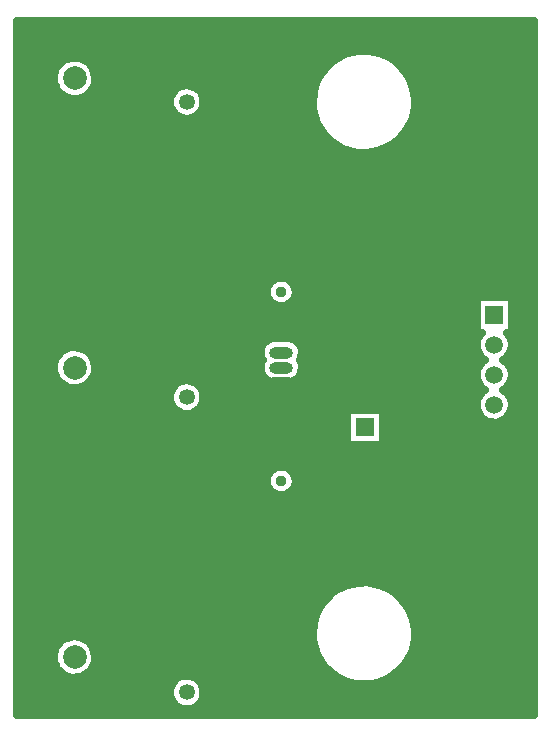
<source format=gbl>
G04 DipTrace 2.4.0.2*
%INanalog-bnc_v10_Bottom.GBL*%
%MOIN*%
%ADD14C,0.025*%
%ADD16C,0.0374*%
%ADD17C,0.0531*%
%ADD18C,0.0787*%
%ADD19C,0.1378*%
%ADD20R,0.0591X0.0591*%
%ADD21C,0.0591*%
%ADD22O,0.0787X0.0394*%
%FSLAX44Y44*%
G04*
G70*
G90*
G75*
G01*
%LNBottom*%
%LPD*%
X4205Y27067D2*
D14*
X21384D1*
X4205Y26819D2*
X21384D1*
X4205Y26570D2*
X21384D1*
X4205Y26321D2*
X21384D1*
X4205Y26073D2*
X5977D1*
X6227D2*
X14860D1*
X16637D2*
X21384D1*
X4205Y25824D2*
X5544D1*
X6660D2*
X14536D1*
X16961D2*
X21384D1*
X4205Y25575D2*
X5415D1*
X6789D2*
X14325D1*
X17172D2*
X21384D1*
X4205Y25326D2*
X5395D1*
X6809D2*
X14181D1*
X17313D2*
X21384D1*
X4205Y25078D2*
X5470D1*
X6734D2*
X9520D1*
X10168D2*
X14087D1*
X17406D2*
X21384D1*
X4205Y24829D2*
X5688D1*
X6516D2*
X9306D1*
X10379D2*
X14036D1*
X17461D2*
X21384D1*
X4205Y24580D2*
X9259D1*
X10426D2*
X14020D1*
X17473D2*
X21384D1*
X4205Y24332D2*
X9333D1*
X10352D2*
X14044D1*
X17453D2*
X21384D1*
X4205Y24083D2*
X9622D1*
X10063D2*
X14106D1*
X17391D2*
X21384D1*
X4205Y23834D2*
X14208D1*
X17289D2*
X21384D1*
X4205Y23586D2*
X14364D1*
X17133D2*
X21384D1*
X4205Y23337D2*
X14591D1*
X16906D2*
X21384D1*
X4205Y23088D2*
X14954D1*
X16539D2*
X21384D1*
X4205Y22840D2*
X21384D1*
X4205Y22591D2*
X21384D1*
X4205Y22342D2*
X21384D1*
X4205Y22094D2*
X21384D1*
X4205Y21845D2*
X21384D1*
X4205Y21596D2*
X21384D1*
X4205Y21347D2*
X21384D1*
X4205Y21099D2*
X21384D1*
X4205Y20850D2*
X21384D1*
X4205Y20601D2*
X21384D1*
X4205Y20353D2*
X21384D1*
X4205Y20104D2*
X21384D1*
X4205Y19855D2*
X21384D1*
X4205Y19607D2*
X21384D1*
X4205Y19358D2*
X21384D1*
X4205Y19109D2*
X21384D1*
X4205Y18861D2*
X21384D1*
X4205Y18612D2*
X12630D1*
X13356D2*
X21384D1*
X4205Y18363D2*
X12497D1*
X13488D2*
X21384D1*
X4205Y18115D2*
X12513D1*
X13469D2*
X21384D1*
X4205Y17866D2*
X12712D1*
X13273D2*
X19477D1*
X20703D2*
X21384D1*
X4205Y17617D2*
X19477D1*
X20703D2*
X21384D1*
X4205Y17368D2*
X19477D1*
X20703D2*
X21384D1*
X4205Y17120D2*
X19477D1*
X20703D2*
X21384D1*
X4205Y16871D2*
X19606D1*
X20574D2*
X21384D1*
X4205Y16622D2*
X12454D1*
X13527D2*
X19489D1*
X20691D2*
X21384D1*
X4205Y16374D2*
X5798D1*
X6410D2*
X12298D1*
X13688D2*
X19493D1*
X20688D2*
X21384D1*
X4205Y16125D2*
X5505D1*
X6699D2*
X12298D1*
X13688D2*
X19618D1*
X20566D2*
X21384D1*
X4205Y15876D2*
X5403D1*
X6801D2*
X12298D1*
X13688D2*
X19610D1*
X20570D2*
X21384D1*
X4205Y15628D2*
X5403D1*
X6801D2*
X12298D1*
X13688D2*
X19493D1*
X20691D2*
X21384D1*
X4205Y15379D2*
X5501D1*
X6707D2*
X12450D1*
X13535D2*
X19493D1*
X20691D2*
X21384D1*
X4205Y15130D2*
X5778D1*
X6426D2*
X9395D1*
X10289D2*
X19610D1*
X20570D2*
X21384D1*
X4205Y14882D2*
X9270D1*
X10414D2*
X19614D1*
X20566D2*
X21384D1*
X4205Y14633D2*
X9274D1*
X10410D2*
X19493D1*
X20688D2*
X21384D1*
X4205Y14384D2*
X9407D1*
X10277D2*
X19489D1*
X20691D2*
X21384D1*
X4205Y14135D2*
X15173D1*
X16398D2*
X19606D1*
X20574D2*
X21384D1*
X4205Y13887D2*
X15173D1*
X16398D2*
X21384D1*
X4205Y13638D2*
X15173D1*
X16398D2*
X21384D1*
X4205Y13389D2*
X15173D1*
X16398D2*
X21384D1*
X4205Y13141D2*
X21384D1*
X4205Y12892D2*
X21384D1*
X4205Y12643D2*
X21384D1*
X4205Y12395D2*
X12739D1*
X13242D2*
X21384D1*
X4205Y12146D2*
X12520D1*
X13465D2*
X21384D1*
X4205Y11897D2*
X12493D1*
X13492D2*
X21384D1*
X4205Y11649D2*
X12614D1*
X13371D2*
X21384D1*
X4205Y11400D2*
X21384D1*
X4205Y11151D2*
X21384D1*
X4205Y10903D2*
X21384D1*
X4205Y10654D2*
X21384D1*
X4205Y10405D2*
X21384D1*
X4205Y10156D2*
X21384D1*
X4205Y9908D2*
X21384D1*
X4205Y9659D2*
X21384D1*
X4205Y9410D2*
X21384D1*
X4205Y9162D2*
X21384D1*
X4205Y8913D2*
X21384D1*
X4205Y8664D2*
X21384D1*
X4205Y8416D2*
X14970D1*
X16523D2*
X21384D1*
X4205Y8167D2*
X14598D1*
X16895D2*
X21384D1*
X4205Y7918D2*
X14368D1*
X17129D2*
X21384D1*
X4205Y7670D2*
X14212D1*
X17285D2*
X21384D1*
X4205Y7421D2*
X14106D1*
X17391D2*
X21384D1*
X4205Y7172D2*
X14044D1*
X17449D2*
X21384D1*
X4205Y6924D2*
X14024D1*
X17473D2*
X21384D1*
X4205Y6675D2*
X5700D1*
X6504D2*
X14036D1*
X17461D2*
X21384D1*
X4205Y6426D2*
X5473D1*
X6731D2*
X14087D1*
X17410D2*
X21384D1*
X4205Y6177D2*
X5395D1*
X6809D2*
X14177D1*
X17316D2*
X21384D1*
X4205Y5929D2*
X5415D1*
X6793D2*
X14321D1*
X17176D2*
X21384D1*
X4205Y5680D2*
X5536D1*
X6668D2*
X14528D1*
X16969D2*
X21384D1*
X4205Y5431D2*
X5934D1*
X6270D2*
X9591D1*
X10094D2*
X14848D1*
X16648D2*
X21384D1*
X4205Y5183D2*
X9325D1*
X10359D2*
X21384D1*
X4205Y4934D2*
X9259D1*
X10426D2*
X21384D1*
X4205Y4685D2*
X9313D1*
X10375D2*
X21384D1*
X4205Y4437D2*
X9540D1*
X10145D2*
X21384D1*
X4205Y4188D2*
X21384D1*
X13455Y18148D2*
X13408Y18033D1*
X13332Y17934D1*
X13234Y17857D1*
X13119Y17809D1*
X12995Y17792D1*
X12872Y17808D1*
X12756Y17854D1*
X12656Y17929D1*
X12580Y18027D1*
X12531Y18142D1*
X12513Y18265D1*
X12527Y18389D1*
X12573Y18505D1*
X12648Y18605D1*
X12745Y18683D1*
X12859Y18732D1*
X12983Y18751D1*
X13106Y18737D1*
X13223Y18692D1*
X13323Y18618D1*
X13401Y18521D1*
X13452Y18407D1*
X13472Y18272D1*
X13455Y18148D1*
Y11849D2*
X13408Y11734D1*
X13332Y11635D1*
X13234Y11558D1*
X13119Y11510D1*
X12995Y11493D1*
X12872Y11508D1*
X12756Y11555D1*
X12656Y11630D1*
X12580Y11728D1*
X12531Y11843D1*
X12513Y11966D1*
X12527Y12090D1*
X12573Y12206D1*
X12648Y12306D1*
X12745Y12383D1*
X12859Y12433D1*
X12983Y12452D1*
X13106Y12438D1*
X13223Y12393D1*
X13323Y12319D1*
X13401Y12222D1*
X13452Y12108D1*
X13472Y11972D1*
X13455Y11849D1*
X10387Y24482D2*
X10346Y24365D1*
X10279Y24259D1*
X10191Y24171D1*
X10086Y24104D1*
X9968Y24062D1*
X9844Y24048D1*
X9720Y24062D1*
X9602Y24102D1*
X9497Y24168D1*
X9408Y24256D1*
X9341Y24361D1*
X9299Y24479D1*
X9284Y24603D1*
X9297Y24727D1*
X9338Y24845D1*
X9403Y24951D1*
X9491Y25040D1*
X9596Y25107D1*
X9713Y25149D1*
X9837Y25164D1*
X9961Y25152D1*
X10079Y25112D1*
X10186Y25047D1*
X10275Y24960D1*
X10342Y24855D1*
X10385Y24738D1*
X10401Y24606D1*
X10387Y24482D1*
Y14640D2*
X10346Y14522D1*
X10279Y14416D1*
X10191Y14328D1*
X10086Y14261D1*
X9968Y14220D1*
X9844Y14206D1*
X9720Y14219D1*
X9602Y14260D1*
X9497Y14326D1*
X9408Y14413D1*
X9341Y14519D1*
X9299Y14636D1*
X9284Y14760D1*
X9297Y14884D1*
X9338Y15002D1*
X9403Y15108D1*
X9491Y15197D1*
X9596Y15265D1*
X9713Y15307D1*
X9837Y15322D1*
X9961Y15309D1*
X10079Y15269D1*
X10186Y15204D1*
X10275Y15117D1*
X10342Y15012D1*
X10385Y14895D1*
X10401Y14764D1*
X10387Y14640D1*
Y4797D2*
X10346Y4680D1*
X10279Y4574D1*
X10191Y4485D1*
X10086Y4419D1*
X9968Y4377D1*
X9844Y4363D1*
X9720Y4377D1*
X9602Y4417D1*
X9497Y4483D1*
X9408Y4571D1*
X9341Y4676D1*
X9299Y4794D1*
X9284Y4918D1*
X9297Y5042D1*
X9338Y5160D1*
X9403Y5266D1*
X9491Y5355D1*
X9596Y5422D1*
X9713Y5464D1*
X9837Y5479D1*
X9961Y5467D1*
X10079Y5427D1*
X10186Y5362D1*
X10275Y5274D1*
X10342Y5170D1*
X10385Y5052D1*
X10401Y4921D1*
X10387Y4797D1*
X6777Y25269D2*
X6744Y25149D1*
X6689Y25037D1*
X6614Y24937D1*
X6523Y24852D1*
X6418Y24784D1*
X6302Y24737D1*
X6180Y24712D1*
X6055Y24709D1*
X5932Y24729D1*
X5814Y24771D1*
X5706Y24833D1*
X5611Y24914D1*
X5533Y25011D1*
X5473Y25121D1*
X5434Y25239D1*
X5417Y25363D1*
X5423Y25488D1*
X5451Y25609D1*
X5501Y25724D1*
X5571Y25827D1*
X5658Y25916D1*
X5760Y25988D1*
X5873Y26041D1*
X5994Y26071D1*
X6119Y26080D1*
X6243Y26065D1*
X6362Y26029D1*
X6473Y25971D1*
X6571Y25895D1*
X6654Y25801D1*
X6719Y25695D1*
X6763Y25578D1*
X6789Y25394D1*
X6777Y25269D1*
Y15624D2*
X6744Y15504D1*
X6689Y15391D1*
X6614Y15291D1*
X6523Y15206D1*
X6418Y15139D1*
X6302Y15092D1*
X6180Y15066D1*
X6055Y15063D1*
X5932Y15083D1*
X5814Y15125D1*
X5706Y15188D1*
X5611Y15269D1*
X5533Y15366D1*
X5473Y15475D1*
X5434Y15594D1*
X5417Y15717D1*
X5423Y15842D1*
X5451Y15964D1*
X5501Y16078D1*
X5571Y16182D1*
X5658Y16271D1*
X5760Y16343D1*
X5873Y16395D1*
X5994Y16426D1*
X6119Y16434D1*
X6243Y16420D1*
X6362Y16383D1*
X6473Y16326D1*
X6571Y16249D1*
X6654Y16156D1*
X6719Y16049D1*
X6763Y15932D1*
X6789Y15748D1*
X6777Y15624D1*
Y5978D2*
X6744Y5858D1*
X6689Y5746D1*
X6614Y5645D1*
X6523Y5560D1*
X6418Y5493D1*
X6302Y5446D1*
X6180Y5421D1*
X6055Y5418D1*
X5932Y5438D1*
X5814Y5480D1*
X5706Y5542D1*
X5611Y5623D1*
X5533Y5720D1*
X5473Y5829D1*
X5434Y5948D1*
X5417Y6072D1*
X5423Y6196D1*
X5451Y6318D1*
X5501Y6432D1*
X5571Y6536D1*
X5658Y6625D1*
X5760Y6697D1*
X5873Y6749D1*
X5994Y6780D1*
X6119Y6788D1*
X6243Y6774D1*
X6362Y6737D1*
X6473Y6680D1*
X6571Y6603D1*
X6654Y6510D1*
X6719Y6403D1*
X6763Y6286D1*
X6789Y6102D1*
X6777Y5978D1*
X19628Y18092D2*
X20678D1*
Y16916D1*
X20510D1*
X20594Y16807D1*
X20647Y16693D1*
X20674Y16572D1*
X20678Y16504D1*
X20665Y16380D1*
X20626Y16261D1*
X20563Y16154D1*
X20478Y16062D1*
X20398Y16006D1*
X20519Y15906D1*
X20594Y15807D1*
X20647Y15693D1*
X20674Y15572D1*
X20678Y15504D1*
X20665Y15380D1*
X20626Y15261D1*
X20563Y15154D1*
X20478Y15062D1*
X20398Y15006D1*
X20519Y14906D1*
X20594Y14807D1*
X20647Y14693D1*
X20674Y14572D1*
X20678Y14504D1*
X20665Y14380D1*
X20626Y14261D1*
X20563Y14154D1*
X20478Y14062D1*
X20376Y13990D1*
X20261Y13942D1*
X20139Y13918D1*
X20014Y13921D1*
X19893Y13950D1*
X19780Y14005D1*
X19682Y14081D1*
X19602Y14177D1*
X19544Y14288D1*
X19511Y14408D1*
X19503Y14532D1*
X19523Y14656D1*
X19568Y14772D1*
X19636Y14876D1*
X19725Y14964D1*
X19780Y15005D1*
X19682Y15081D1*
X19602Y15177D1*
X19544Y15288D1*
X19511Y15408D1*
X19503Y15532D1*
X19523Y15656D1*
X19568Y15772D1*
X19636Y15876D1*
X19725Y15964D1*
X19780Y16005D1*
X19682Y16081D1*
X19602Y16177D1*
X19544Y16288D1*
X19511Y16408D1*
X19503Y16532D1*
X19523Y16656D1*
X19568Y16772D1*
X19636Y16876D1*
X19678Y16918D1*
X19503Y16916D1*
Y18092D1*
X19628D1*
X12795Y15261D2*
X12690Y15270D1*
X12572Y15312D1*
X12470Y15383D1*
X12388Y15477D1*
X12333Y15589D1*
X12307Y15711D1*
X12314Y15835D1*
X12351Y15954D1*
X12378Y15997D1*
X12333Y16089D1*
X12307Y16211D1*
X12314Y16335D1*
X12351Y16454D1*
X12418Y16560D1*
X12509Y16645D1*
X12618Y16704D1*
X12739Y16734D1*
X12795Y16737D1*
X13258Y16732D1*
X13378Y16699D1*
X13486Y16637D1*
X13575Y16549D1*
X13638Y16442D1*
X13673Y16322D1*
X13678Y16248D1*
X13662Y16124D1*
X13609Y15999D1*
X13638Y15942D1*
X13673Y15822D1*
X13678Y15748D1*
X13662Y15624D1*
X13616Y15509D1*
X13542Y15409D1*
X13444Y15331D1*
X13331Y15280D1*
X13188Y15261D1*
X12795Y15259D1*
Y15263D1*
X15323Y14342D2*
X16373D1*
Y13166D1*
X15198D1*
Y14342D1*
X15323D1*
X17445Y24481D2*
X17408Y24234D1*
X17336Y23995D1*
X17229Y23769D1*
X17091Y23562D1*
X16923Y23376D1*
X16730Y23217D1*
X16516Y23089D1*
X16286Y22992D1*
X16044Y22931D1*
X15795Y22906D1*
X15546Y22917D1*
X15300Y22965D1*
X15065Y23048D1*
X14844Y23165D1*
X14643Y23313D1*
X14465Y23489D1*
X14316Y23689D1*
X14197Y23908D1*
X14111Y24143D1*
X14061Y24388D1*
X14047Y24637D1*
X14070Y24886D1*
X14129Y25129D1*
X14223Y25360D1*
X14350Y25575D1*
X14507Y25769D1*
X14690Y25939D1*
X14897Y26079D1*
X15122Y26188D1*
X15360Y26263D1*
X15607Y26302D1*
X15857Y26304D1*
X16104Y26270D1*
X16344Y26200D1*
X16571Y26095D1*
X16780Y25959D1*
X16967Y25793D1*
X17127Y25602D1*
X17258Y25389D1*
X17357Y25159D1*
X17420Y24918D1*
X17448Y24670D1*
X17445Y24481D1*
Y6765D2*
X17408Y6518D1*
X17336Y6279D1*
X17229Y6053D1*
X17091Y5845D1*
X16923Y5660D1*
X16730Y5501D1*
X16516Y5372D1*
X16286Y5276D1*
X16044Y5215D1*
X15795Y5189D1*
X15546Y5201D1*
X15300Y5249D1*
X15065Y5332D1*
X14844Y5449D1*
X14643Y5597D1*
X14465Y5772D1*
X14316Y5972D1*
X14197Y6192D1*
X14111Y6426D1*
X14061Y6671D1*
X14047Y6921D1*
X14070Y7169D1*
X14129Y7412D1*
X14223Y7643D1*
X14350Y7859D1*
X14507Y8053D1*
X14690Y8222D1*
X14897Y8363D1*
X15122Y8471D1*
X15360Y8546D1*
X15607Y8585D1*
X15857Y8587D1*
X16104Y8553D1*
X16344Y8483D1*
X16571Y8379D1*
X16780Y8242D1*
X16967Y8077D1*
X17127Y7885D1*
X17258Y7673D1*
X17357Y7443D1*
X17420Y7201D1*
X17448Y6953D1*
X17445Y6765D1*
X21285Y27316D2*
X4180D1*
Y4180D1*
X21410D1*
Y27316D1*
X21285D1*
D16*
X12992Y18272D3*
Y19524D3*
Y11972D3*
Y13224D3*
D17*
X9843Y24606D3*
Y26575D3*
Y14764D3*
Y16732D3*
Y4921D3*
Y6890D3*
D18*
X6102Y25394D3*
D19*
X4803Y26693D3*
X7402D3*
Y24094D3*
X4803D3*
D18*
X6102Y15748D3*
D19*
X4803Y17047D3*
X7402D3*
Y14449D3*
X4803D3*
D18*
X6102Y6102D3*
D19*
X4803Y7402D3*
X7402D3*
Y4803D3*
X4803D3*
D20*
X20091Y17504D3*
D21*
Y16504D3*
Y15504D3*
Y14504D3*
Y13504D3*
G36*
X13287Y15051D2*
X13386Y15150D1*
Y15346D1*
X13287Y15445D1*
X12697D1*
X12598Y15346D1*
Y15150D1*
X12697Y15051D1*
X13287D1*
G37*
D22*
X12992Y15748D3*
Y16248D3*
D20*
X15785Y13754D3*
D21*
X16785D3*
M02*

</source>
